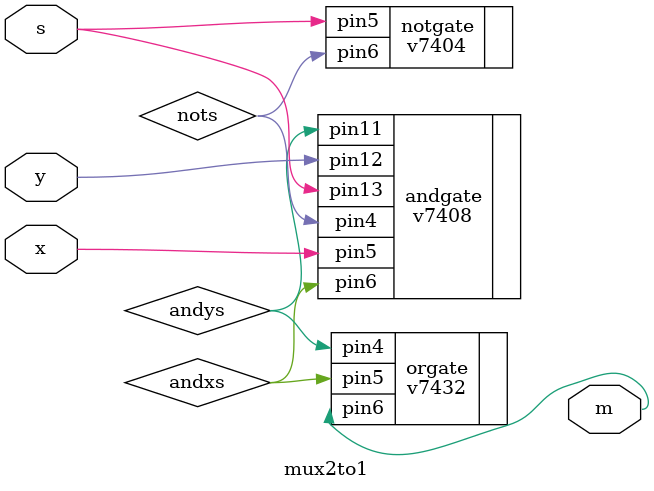
<source format=v>
`timescale 1ns / 1ns // `timescale time_unit/time_precision


//LEDR[0] output display

module mux(LEDR, SW);
    input [9:0] SW;
    output [9:0] LEDR;

    mux2to1 u0(
        .x(SW[0]),
        .y(SW[1]),
        .s(SW[9]),
        .m(LEDR[0])
        );
endmodule

module mux2to1 (x,y,s,m);
	input x, y, s;
	output m;

	wire nots, andxs, andys;

	v7404 notgate (
		.pin5(s),
		.pin6(nots)
	);
	v7408 andgate (
		.pin13(s),
		.pin12(y),
		.pin11(andys),
		.pin4(nots),
		.pin5(x),
		.pin6(andxs)
	);
	v7432 orgate (
		.pin4(andys),
		.pin5(andxs),
		.pin6(m)
	);
endmodule
</source>
